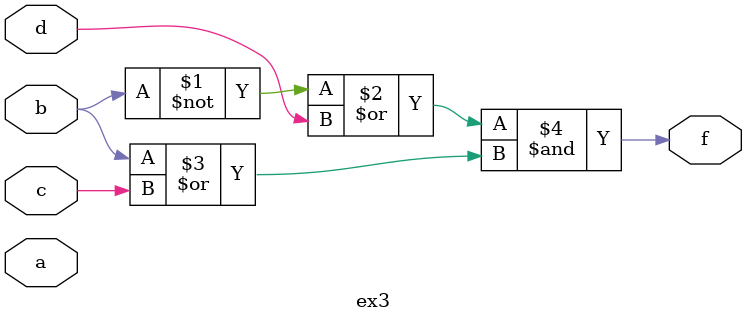
<source format=v>
module ex3(a,b,c,d,f);
input a, b, c, d;
output f;
//continuous assignment
assign f=(~b|d)&(b|c);
endmodule

</source>
